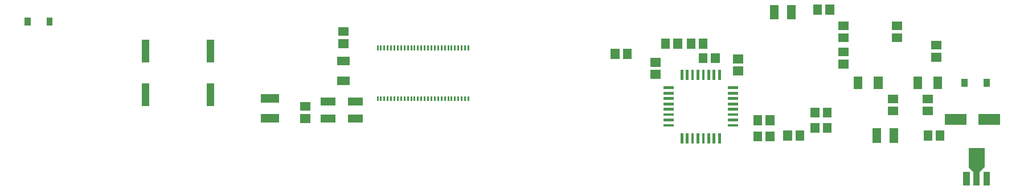
<source format=gbr>
G04 start of page 9 for group -4015 idx -4015 *
G04 Title: (unknown), toppaste *
G04 Creator: pcb 20110918 *
G04 CreationDate: Mon 26 Aug 2013 12:29:17 AM GMT UTC *
G04 For: ndholmes *
G04 Format: Gerber/RS-274X *
G04 PCB-Dimensions: 600000 170000 *
G04 PCB-Coordinate-Origin: lower left *
%MOIN*%
%FSLAX25Y25*%
%LNTOPPASTE*%
%ADD106R,0.0157X0.0157*%
%ADD105R,0.0630X0.0630*%
%ADD104C,0.0001*%
%ADD103R,0.0945X0.0945*%
%ADD102R,0.0378X0.0378*%
%ADD101R,0.0100X0.0100*%
%ADD100R,0.0430X0.0430*%
%ADD99R,0.0360X0.0360*%
%ADD98R,0.0512X0.0512*%
%ADD97R,0.0490X0.0490*%
G54D97*X197700Y68500D02*X201300D01*
X197700Y58500D02*X201300D01*
G54D98*X185607Y65543D02*X186393D01*
X185607Y58457D02*X186393D01*
X207319Y80595D02*X209681D01*
X207319Y92405D02*X209681D01*
X208107Y102457D02*X208893D01*
X208107Y109543D02*X208893D01*
G54D97*X213700Y68500D02*X217300D01*
X213700Y58500D02*X217300D01*
G54D99*X36400Y116100D02*Y114900D01*
X23500Y116100D02*Y114900D01*
G54D100*X92500Y102500D02*Y93500D01*
Y77000D02*Y67900D01*
X130500Y102500D02*Y93500D01*
Y77000D02*Y67900D01*
G54D98*X162745Y70405D02*X168255D01*
X162745Y58595D02*X168255D01*
X555107Y101543D02*X555893D01*
X555107Y94457D02*X555893D01*
G54D101*X228426Y70940D02*Y69140D01*
X230394Y70940D02*Y69140D01*
X232363Y70940D02*Y69140D01*
X234331Y70940D02*Y69140D01*
X236300Y70940D02*Y69140D01*
X238268Y70940D02*Y69140D01*
X240237Y70940D02*Y69140D01*
X242205Y70940D02*Y69140D01*
X244174Y70940D02*Y69140D01*
X246142Y70940D02*Y69140D01*
X248111Y70940D02*Y69140D01*
X250079Y70940D02*Y69140D01*
X252048Y70940D02*Y69140D01*
X254016Y70940D02*Y69140D01*
X255984Y70940D02*Y69140D01*
X257952Y70940D02*Y69140D01*
X259921Y70940D02*Y69140D01*
X261889Y70940D02*Y69140D01*
X263858Y70940D02*Y69140D01*
X265826Y70940D02*Y69140D01*
X267795Y70940D02*Y69140D01*
X269763Y70940D02*Y69140D01*
X271732Y70940D02*Y69140D01*
X273700Y70940D02*Y69140D01*
X275669Y70940D02*Y69140D01*
X277637Y70940D02*Y69140D01*
X279606Y70940D02*Y69140D01*
X281574Y70940D02*Y69140D01*
Y100860D02*Y99060D01*
X279606Y100860D02*Y99060D01*
X277637Y100860D02*Y99060D01*
X275669Y100860D02*Y99060D01*
X273700Y100860D02*Y99060D01*
X271732Y100860D02*Y99060D01*
X269763Y100860D02*Y99060D01*
X267795Y100860D02*Y99060D01*
X265826Y100860D02*Y99060D01*
X263858Y100860D02*Y99060D01*
X261889Y100860D02*Y99060D01*
X259921Y100860D02*Y99060D01*
X257952Y100860D02*Y99060D01*
X255984Y100860D02*Y99060D01*
X254016Y100860D02*Y99060D01*
X252048Y100860D02*Y99060D01*
X250079Y100860D02*Y99060D01*
X248111Y100860D02*Y99060D01*
X246142Y100860D02*Y99060D01*
X244174Y100860D02*Y99060D01*
X242205Y100860D02*Y99060D01*
X240237Y100860D02*Y99060D01*
X238268Y100860D02*Y99060D01*
X236300Y100860D02*Y99060D01*
X234331Y100860D02*Y99060D01*
X232363Y100860D02*Y99060D01*
X230394Y100860D02*Y99060D01*
X228426Y100860D02*Y99060D01*
G54D98*X439064Y86414D02*X439850D01*
X439064Y93500D02*X439850D01*
X426086Y94393D02*Y93607D01*
X419000Y94393D02*Y93607D01*
X500607Y113043D02*X501393D01*
X500607Y105957D02*X501393D01*
X550500Y48893D02*Y48107D01*
X557586Y48893D02*Y48107D01*
X556310Y80681D02*Y78319D01*
X544500Y80681D02*Y78319D01*
G54D102*X573094Y25110D02*Y21016D01*
X579000Y32826D02*Y21016D01*
G54D103*Y36450D02*Y34560D01*
G54D104*G36*
X575695Y31255D02*X578535Y28415D01*
X577115Y26995D01*
X574275Y29835D01*
X575695Y31255D01*
G37*
G36*
X579465Y28415D02*X582305Y31255D01*
X583725Y29835D01*
X580885Y26995D01*
X579465Y28415D01*
G37*
G54D102*X584906Y25110D02*Y21016D01*
G54D105*X583193Y58000D02*X589492D01*
X563508D02*X569807D01*
G54D99*X584900Y80100D02*Y78900D01*
X572000Y80100D02*Y78900D01*
G54D98*X450957Y48393D02*Y47607D01*
X458043Y48393D02*Y47607D01*
G54D97*X530500Y50300D02*Y46700D01*
X520500Y50300D02*Y46700D01*
G54D98*X550107Y70043D02*X550893D01*
X550107Y62957D02*X550893D01*
X529607Y70043D02*X530393D01*
X529607Y62957D02*X530393D01*
X532107Y113043D02*X532893D01*
X532107Y105957D02*X532893D01*
X521405Y80681D02*Y78319D01*
X509595Y80681D02*Y78319D01*
X500607Y97543D02*X501393D01*
X500607Y90457D02*X501393D01*
X411914Y102893D02*Y102107D01*
X419000Y102893D02*Y102107D01*
X404086Y102893D02*Y102107D01*
X397000Y102893D02*Y102107D01*
G54D106*X428523Y86492D02*Y82066D01*
X425374Y86492D02*Y82066D01*
X422224Y86492D02*Y82066D01*
X419075Y86492D02*Y82066D01*
X415925Y86492D02*Y82066D01*
X412775Y86492D02*Y82066D01*
X409626Y86492D02*Y82066D01*
X406476Y86492D02*Y82066D01*
X396508Y76523D02*X400934D01*
X396508Y73374D02*X400934D01*
X396508Y70224D02*X400934D01*
X396508Y67075D02*X400934D01*
X396508Y63925D02*X400934D01*
X396508Y60775D02*X400934D01*
X396508Y57626D02*X400934D01*
X396508Y54476D02*X400934D01*
X406477Y48934D02*Y44508D01*
X409626Y48934D02*Y44508D01*
X412776Y48934D02*Y44508D01*
X415925Y48934D02*Y44508D01*
X419075Y48934D02*Y44508D01*
X422225Y48934D02*Y44508D01*
X425374Y48934D02*Y44508D01*
X428524Y48934D02*Y44508D01*
X434066Y54477D02*X438492D01*
X434066Y57626D02*X438492D01*
X434066Y60776D02*X438492D01*
X434066Y63925D02*X438492D01*
X434066Y67075D02*X438492D01*
X434066Y70225D02*X438492D01*
X434066Y73374D02*X438492D01*
X434066Y76524D02*X438492D01*
G54D98*X367457Y96893D02*Y96107D01*
X374543Y96893D02*Y96107D01*
X450957Y57893D02*Y57107D01*
X458043Y57893D02*Y57107D01*
X484457Y53393D02*Y52607D01*
X491543Y53393D02*Y52607D01*
X390607Y84414D02*X391393D01*
X390607Y91500D02*X391393D01*
X468414Y48893D02*Y48107D01*
X475500Y48893D02*Y48107D01*
X484457Y62393D02*Y61607D01*
X491543Y62393D02*Y61607D01*
G54D97*X470500Y122800D02*Y119200D01*
X460500Y122800D02*Y119200D01*
G54D98*X485957Y122893D02*Y122107D01*
X493043Y122893D02*Y122107D01*
M02*

</source>
